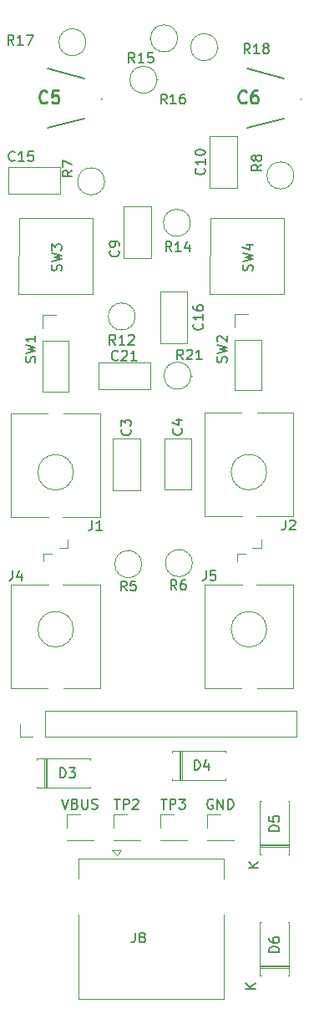
<source format=gbr>
%TF.GenerationSoftware,KiCad,Pcbnew,(6.0.7)*%
%TF.CreationDate,2023-02-07T22:19:33+09:00*%
%TF.ProjectId,scoppy_control,73636f70-7079-45f6-936f-6e74726f6c2e,rev?*%
%TF.SameCoordinates,Original*%
%TF.FileFunction,Legend,Top*%
%TF.FilePolarity,Positive*%
%FSLAX46Y46*%
G04 Gerber Fmt 4.6, Leading zero omitted, Abs format (unit mm)*
G04 Created by KiCad (PCBNEW (6.0.7)) date 2023-02-07 22:19:33*
%MOMM*%
%LPD*%
G01*
G04 APERTURE LIST*
%ADD10C,0.150000*%
%ADD11C,0.254000*%
%ADD12C,0.120000*%
%ADD13C,0.200000*%
G04 APERTURE END LIST*
D10*
%TO.C,R18*%
X129712142Y-63452380D02*
X129378809Y-62976190D01*
X129140714Y-63452380D02*
X129140714Y-62452380D01*
X129521666Y-62452380D01*
X129616904Y-62500000D01*
X129664523Y-62547619D01*
X129712142Y-62642857D01*
X129712142Y-62785714D01*
X129664523Y-62880952D01*
X129616904Y-62928571D01*
X129521666Y-62976190D01*
X129140714Y-62976190D01*
X130664523Y-63452380D02*
X130093095Y-63452380D01*
X130378809Y-63452380D02*
X130378809Y-62452380D01*
X130283571Y-62595238D01*
X130188333Y-62690476D01*
X130093095Y-62738095D01*
X131235952Y-62880952D02*
X131140714Y-62833333D01*
X131093095Y-62785714D01*
X131045476Y-62690476D01*
X131045476Y-62642857D01*
X131093095Y-62547619D01*
X131140714Y-62500000D01*
X131235952Y-62452380D01*
X131426428Y-62452380D01*
X131521666Y-62500000D01*
X131569285Y-62547619D01*
X131616904Y-62642857D01*
X131616904Y-62690476D01*
X131569285Y-62785714D01*
X131521666Y-62833333D01*
X131426428Y-62880952D01*
X131235952Y-62880952D01*
X131140714Y-62928571D01*
X131093095Y-62976190D01*
X131045476Y-63071428D01*
X131045476Y-63261904D01*
X131093095Y-63357142D01*
X131140714Y-63404761D01*
X131235952Y-63452380D01*
X131426428Y-63452380D01*
X131521666Y-63404761D01*
X131569285Y-63357142D01*
X131616904Y-63261904D01*
X131616904Y-63071428D01*
X131569285Y-62976190D01*
X131521666Y-62928571D01*
X131426428Y-62880952D01*
%TO.C,SW2*%
X127304761Y-94733333D02*
X127352380Y-94590476D01*
X127352380Y-94352380D01*
X127304761Y-94257142D01*
X127257142Y-94209523D01*
X127161904Y-94161904D01*
X127066666Y-94161904D01*
X126971428Y-94209523D01*
X126923809Y-94257142D01*
X126876190Y-94352380D01*
X126828571Y-94542857D01*
X126780952Y-94638095D01*
X126733333Y-94685714D01*
X126638095Y-94733333D01*
X126542857Y-94733333D01*
X126447619Y-94685714D01*
X126400000Y-94638095D01*
X126352380Y-94542857D01*
X126352380Y-94304761D01*
X126400000Y-94161904D01*
X126352380Y-93828571D02*
X127352380Y-93590476D01*
X126638095Y-93400000D01*
X127352380Y-93209523D01*
X126352380Y-92971428D01*
X126447619Y-92638095D02*
X126400000Y-92590476D01*
X126352380Y-92495238D01*
X126352380Y-92257142D01*
X126400000Y-92161904D01*
X126447619Y-92114285D01*
X126542857Y-92066666D01*
X126638095Y-92066666D01*
X126780952Y-92114285D01*
X127352380Y-92685714D01*
X127352380Y-92066666D01*
%TO.C,SW4*%
X129929761Y-85433333D02*
X129977380Y-85290476D01*
X129977380Y-85052380D01*
X129929761Y-84957142D01*
X129882142Y-84909523D01*
X129786904Y-84861904D01*
X129691666Y-84861904D01*
X129596428Y-84909523D01*
X129548809Y-84957142D01*
X129501190Y-85052380D01*
X129453571Y-85242857D01*
X129405952Y-85338095D01*
X129358333Y-85385714D01*
X129263095Y-85433333D01*
X129167857Y-85433333D01*
X129072619Y-85385714D01*
X129025000Y-85338095D01*
X128977380Y-85242857D01*
X128977380Y-85004761D01*
X129025000Y-84861904D01*
X128977380Y-84528571D02*
X129977380Y-84290476D01*
X129263095Y-84100000D01*
X129977380Y-83909523D01*
X128977380Y-83671428D01*
X129310714Y-82861904D02*
X129977380Y-82861904D01*
X128929761Y-83100000D02*
X129644047Y-83338095D01*
X129644047Y-82719047D01*
%TO.C,D4*%
X124071904Y-136052380D02*
X124071904Y-135052380D01*
X124310000Y-135052380D01*
X124452857Y-135100000D01*
X124548095Y-135195238D01*
X124595714Y-135290476D01*
X124643333Y-135480952D01*
X124643333Y-135623809D01*
X124595714Y-135814285D01*
X124548095Y-135909523D01*
X124452857Y-136004761D01*
X124310000Y-136052380D01*
X124071904Y-136052380D01*
X125500476Y-135385714D02*
X125500476Y-136052380D01*
X125262380Y-135004761D02*
X125024285Y-135719047D01*
X125643333Y-135719047D01*
%TO.C,C9*%
X116357142Y-83416666D02*
X116404761Y-83464285D01*
X116452380Y-83607142D01*
X116452380Y-83702380D01*
X116404761Y-83845238D01*
X116309523Y-83940476D01*
X116214285Y-83988095D01*
X116023809Y-84035714D01*
X115880952Y-84035714D01*
X115690476Y-83988095D01*
X115595238Y-83940476D01*
X115500000Y-83845238D01*
X115452380Y-83702380D01*
X115452380Y-83607142D01*
X115500000Y-83464285D01*
X115547619Y-83416666D01*
X116452380Y-82940476D02*
X116452380Y-82750000D01*
X116404761Y-82654761D01*
X116357142Y-82607142D01*
X116214285Y-82511904D01*
X116023809Y-82464285D01*
X115642857Y-82464285D01*
X115547619Y-82511904D01*
X115500000Y-82559523D01*
X115452380Y-82654761D01*
X115452380Y-82845238D01*
X115500000Y-82940476D01*
X115547619Y-82988095D01*
X115642857Y-83035714D01*
X115880952Y-83035714D01*
X115976190Y-82988095D01*
X116023809Y-82940476D01*
X116071428Y-82845238D01*
X116071428Y-82654761D01*
X116023809Y-82559523D01*
X115976190Y-82511904D01*
X115880952Y-82464285D01*
%TO.C,R17*%
X105757142Y-62552380D02*
X105423809Y-62076190D01*
X105185714Y-62552380D02*
X105185714Y-61552380D01*
X105566666Y-61552380D01*
X105661904Y-61600000D01*
X105709523Y-61647619D01*
X105757142Y-61742857D01*
X105757142Y-61885714D01*
X105709523Y-61980952D01*
X105661904Y-62028571D01*
X105566666Y-62076190D01*
X105185714Y-62076190D01*
X106709523Y-62552380D02*
X106138095Y-62552380D01*
X106423809Y-62552380D02*
X106423809Y-61552380D01*
X106328571Y-61695238D01*
X106233333Y-61790476D01*
X106138095Y-61838095D01*
X107042857Y-61552380D02*
X107709523Y-61552380D01*
X107280952Y-62552380D01*
%TO.C,R15*%
X118007142Y-64352380D02*
X117673809Y-63876190D01*
X117435714Y-64352380D02*
X117435714Y-63352380D01*
X117816666Y-63352380D01*
X117911904Y-63400000D01*
X117959523Y-63447619D01*
X118007142Y-63542857D01*
X118007142Y-63685714D01*
X117959523Y-63780952D01*
X117911904Y-63828571D01*
X117816666Y-63876190D01*
X117435714Y-63876190D01*
X118959523Y-64352380D02*
X118388095Y-64352380D01*
X118673809Y-64352380D02*
X118673809Y-63352380D01*
X118578571Y-63495238D01*
X118483333Y-63590476D01*
X118388095Y-63638095D01*
X119864285Y-63352380D02*
X119388095Y-63352380D01*
X119340476Y-63828571D01*
X119388095Y-63780952D01*
X119483333Y-63733333D01*
X119721428Y-63733333D01*
X119816666Y-63780952D01*
X119864285Y-63828571D01*
X119911904Y-63923809D01*
X119911904Y-64161904D01*
X119864285Y-64257142D01*
X119816666Y-64304761D01*
X119721428Y-64352380D01*
X119483333Y-64352380D01*
X119388095Y-64304761D01*
X119340476Y-64257142D01*
%TO.C,SW3*%
X110554761Y-85433333D02*
X110602380Y-85290476D01*
X110602380Y-85052380D01*
X110554761Y-84957142D01*
X110507142Y-84909523D01*
X110411904Y-84861904D01*
X110316666Y-84861904D01*
X110221428Y-84909523D01*
X110173809Y-84957142D01*
X110126190Y-85052380D01*
X110078571Y-85242857D01*
X110030952Y-85338095D01*
X109983333Y-85385714D01*
X109888095Y-85433333D01*
X109792857Y-85433333D01*
X109697619Y-85385714D01*
X109650000Y-85338095D01*
X109602380Y-85242857D01*
X109602380Y-85004761D01*
X109650000Y-84861904D01*
X109602380Y-84528571D02*
X110602380Y-84290476D01*
X109888095Y-84100000D01*
X110602380Y-83909523D01*
X109602380Y-83671428D01*
X109602380Y-83385714D02*
X109602380Y-82766666D01*
X109983333Y-83100000D01*
X109983333Y-82957142D01*
X110030952Y-82861904D01*
X110078571Y-82814285D01*
X110173809Y-82766666D01*
X110411904Y-82766666D01*
X110507142Y-82814285D01*
X110554761Y-82861904D01*
X110602380Y-82957142D01*
X110602380Y-83242857D01*
X110554761Y-83338095D01*
X110507142Y-83385714D01*
%TO.C,R16*%
X121257142Y-68552380D02*
X120923809Y-68076190D01*
X120685714Y-68552380D02*
X120685714Y-67552380D01*
X121066666Y-67552380D01*
X121161904Y-67600000D01*
X121209523Y-67647619D01*
X121257142Y-67742857D01*
X121257142Y-67885714D01*
X121209523Y-67980952D01*
X121161904Y-68028571D01*
X121066666Y-68076190D01*
X120685714Y-68076190D01*
X122209523Y-68552380D02*
X121638095Y-68552380D01*
X121923809Y-68552380D02*
X121923809Y-67552380D01*
X121828571Y-67695238D01*
X121733333Y-67790476D01*
X121638095Y-67838095D01*
X123066666Y-67552380D02*
X122876190Y-67552380D01*
X122780952Y-67600000D01*
X122733333Y-67647619D01*
X122638095Y-67790476D01*
X122590476Y-67980952D01*
X122590476Y-68361904D01*
X122638095Y-68457142D01*
X122685714Y-68504761D01*
X122780952Y-68552380D01*
X122971428Y-68552380D01*
X123066666Y-68504761D01*
X123114285Y-68457142D01*
X123161904Y-68361904D01*
X123161904Y-68123809D01*
X123114285Y-68028571D01*
X123066666Y-67980952D01*
X122971428Y-67933333D01*
X122780952Y-67933333D01*
X122685714Y-67980952D01*
X122638095Y-68028571D01*
X122590476Y-68123809D01*
%TO.C,J1*%
X113696666Y-110752380D02*
X113696666Y-111466666D01*
X113649047Y-111609523D01*
X113553809Y-111704761D01*
X113410952Y-111752380D01*
X113315714Y-111752380D01*
X114696666Y-111752380D02*
X114125238Y-111752380D01*
X114410952Y-111752380D02*
X114410952Y-110752380D01*
X114315714Y-110895238D01*
X114220476Y-110990476D01*
X114125238Y-111038095D01*
%TO.C,VBUS*%
X110666666Y-139022380D02*
X111000000Y-140022380D01*
X111333333Y-139022380D01*
X112000000Y-139498571D02*
X112142857Y-139546190D01*
X112190476Y-139593809D01*
X112238095Y-139689047D01*
X112238095Y-139831904D01*
X112190476Y-139927142D01*
X112142857Y-139974761D01*
X112047619Y-140022380D01*
X111666666Y-140022380D01*
X111666666Y-139022380D01*
X112000000Y-139022380D01*
X112095238Y-139070000D01*
X112142857Y-139117619D01*
X112190476Y-139212857D01*
X112190476Y-139308095D01*
X112142857Y-139403333D01*
X112095238Y-139450952D01*
X112000000Y-139498571D01*
X111666666Y-139498571D01*
X112666666Y-139022380D02*
X112666666Y-139831904D01*
X112714285Y-139927142D01*
X112761904Y-139974761D01*
X112857142Y-140022380D01*
X113047619Y-140022380D01*
X113142857Y-139974761D01*
X113190476Y-139927142D01*
X113238095Y-139831904D01*
X113238095Y-139022380D01*
X113666666Y-139974761D02*
X113809523Y-140022380D01*
X114047619Y-140022380D01*
X114142857Y-139974761D01*
X114190476Y-139927142D01*
X114238095Y-139831904D01*
X114238095Y-139736666D01*
X114190476Y-139641428D01*
X114142857Y-139593809D01*
X114047619Y-139546190D01*
X113857142Y-139498571D01*
X113761904Y-139450952D01*
X113714285Y-139403333D01*
X113666666Y-139308095D01*
X113666666Y-139212857D01*
X113714285Y-139117619D01*
X113761904Y-139070000D01*
X113857142Y-139022380D01*
X114095238Y-139022380D01*
X114238095Y-139070000D01*
%TO.C,R5*%
X117200033Y-117912380D02*
X116866700Y-117436190D01*
X116628604Y-117912380D02*
X116628604Y-116912380D01*
X117009557Y-116912380D01*
X117104795Y-116960000D01*
X117152414Y-117007619D01*
X117200033Y-117102857D01*
X117200033Y-117245714D01*
X117152414Y-117340952D01*
X117104795Y-117388571D01*
X117009557Y-117436190D01*
X116628604Y-117436190D01*
X118104795Y-116912380D02*
X117628604Y-116912380D01*
X117580985Y-117388571D01*
X117628604Y-117340952D01*
X117723842Y-117293333D01*
X117961938Y-117293333D01*
X118057176Y-117340952D01*
X118104795Y-117388571D01*
X118152414Y-117483809D01*
X118152414Y-117721904D01*
X118104795Y-117817142D01*
X118057176Y-117864761D01*
X117961938Y-117912380D01*
X117723842Y-117912380D01*
X117628604Y-117864761D01*
X117580985Y-117817142D01*
%TO.C,C21*%
X116312142Y-94457142D02*
X116264523Y-94504761D01*
X116121666Y-94552380D01*
X116026428Y-94552380D01*
X115883571Y-94504761D01*
X115788333Y-94409523D01*
X115740714Y-94314285D01*
X115693095Y-94123809D01*
X115693095Y-93980952D01*
X115740714Y-93790476D01*
X115788333Y-93695238D01*
X115883571Y-93600000D01*
X116026428Y-93552380D01*
X116121666Y-93552380D01*
X116264523Y-93600000D01*
X116312142Y-93647619D01*
X116693095Y-93647619D02*
X116740714Y-93600000D01*
X116835952Y-93552380D01*
X117074047Y-93552380D01*
X117169285Y-93600000D01*
X117216904Y-93647619D01*
X117264523Y-93742857D01*
X117264523Y-93838095D01*
X117216904Y-93980952D01*
X116645476Y-94552380D01*
X117264523Y-94552380D01*
X118216904Y-94552380D02*
X117645476Y-94552380D01*
X117931190Y-94552380D02*
X117931190Y-93552380D01*
X117835952Y-93695238D01*
X117740714Y-93790476D01*
X117645476Y-93838095D01*
%TO.C,C3*%
X117557142Y-101516666D02*
X117604761Y-101564285D01*
X117652380Y-101707142D01*
X117652380Y-101802380D01*
X117604761Y-101945238D01*
X117509523Y-102040476D01*
X117414285Y-102088095D01*
X117223809Y-102135714D01*
X117080952Y-102135714D01*
X116890476Y-102088095D01*
X116795238Y-102040476D01*
X116700000Y-101945238D01*
X116652380Y-101802380D01*
X116652380Y-101707142D01*
X116700000Y-101564285D01*
X116747619Y-101516666D01*
X116652380Y-101183333D02*
X116652380Y-100564285D01*
X117033333Y-100897619D01*
X117033333Y-100754761D01*
X117080952Y-100659523D01*
X117128571Y-100611904D01*
X117223809Y-100564285D01*
X117461904Y-100564285D01*
X117557142Y-100611904D01*
X117604761Y-100659523D01*
X117652380Y-100754761D01*
X117652380Y-101040476D01*
X117604761Y-101135714D01*
X117557142Y-101183333D01*
%TO.C,R12*%
X116057142Y-92952380D02*
X115723809Y-92476190D01*
X115485714Y-92952380D02*
X115485714Y-91952380D01*
X115866666Y-91952380D01*
X115961904Y-92000000D01*
X116009523Y-92047619D01*
X116057142Y-92142857D01*
X116057142Y-92285714D01*
X116009523Y-92380952D01*
X115961904Y-92428571D01*
X115866666Y-92476190D01*
X115485714Y-92476190D01*
X117009523Y-92952380D02*
X116438095Y-92952380D01*
X116723809Y-92952380D02*
X116723809Y-91952380D01*
X116628571Y-92095238D01*
X116533333Y-92190476D01*
X116438095Y-92238095D01*
X117390476Y-92047619D02*
X117438095Y-92000000D01*
X117533333Y-91952380D01*
X117771428Y-91952380D01*
X117866666Y-92000000D01*
X117914285Y-92047619D01*
X117961904Y-92142857D01*
X117961904Y-92238095D01*
X117914285Y-92380952D01*
X117342857Y-92952380D01*
X117961904Y-92952380D01*
%TO.C,TP2*%
X115971395Y-139022380D02*
X116542823Y-139022380D01*
X116257109Y-140022380D02*
X116257109Y-139022380D01*
X116876157Y-140022380D02*
X116876157Y-139022380D01*
X117257109Y-139022380D01*
X117352347Y-139070000D01*
X117399966Y-139117619D01*
X117447585Y-139212857D01*
X117447585Y-139355714D01*
X117399966Y-139450952D01*
X117352347Y-139498571D01*
X117257109Y-139546190D01*
X116876157Y-139546190D01*
X117828538Y-139117619D02*
X117876157Y-139070000D01*
X117971395Y-139022380D01*
X118209490Y-139022380D01*
X118304728Y-139070000D01*
X118352347Y-139117619D01*
X118399966Y-139212857D01*
X118399966Y-139308095D01*
X118352347Y-139450952D01*
X117780919Y-140022380D01*
X118399966Y-140022380D01*
%TO.C,C16*%
X124857142Y-90842857D02*
X124904761Y-90890476D01*
X124952380Y-91033333D01*
X124952380Y-91128571D01*
X124904761Y-91271428D01*
X124809523Y-91366666D01*
X124714285Y-91414285D01*
X124523809Y-91461904D01*
X124380952Y-91461904D01*
X124190476Y-91414285D01*
X124095238Y-91366666D01*
X124000000Y-91271428D01*
X123952380Y-91128571D01*
X123952380Y-91033333D01*
X124000000Y-90890476D01*
X124047619Y-90842857D01*
X124952380Y-89890476D02*
X124952380Y-90461904D01*
X124952380Y-90176190D02*
X123952380Y-90176190D01*
X124095238Y-90271428D01*
X124190476Y-90366666D01*
X124238095Y-90461904D01*
X123952380Y-89033333D02*
X123952380Y-89223809D01*
X124000000Y-89319047D01*
X124047619Y-89366666D01*
X124190476Y-89461904D01*
X124380952Y-89509523D01*
X124761904Y-89509523D01*
X124857142Y-89461904D01*
X124904761Y-89414285D01*
X124952380Y-89319047D01*
X124952380Y-89128571D01*
X124904761Y-89033333D01*
X124857142Y-88985714D01*
X124761904Y-88938095D01*
X124523809Y-88938095D01*
X124428571Y-88985714D01*
X124380952Y-89033333D01*
X124333333Y-89128571D01*
X124333333Y-89319047D01*
X124380952Y-89414285D01*
X124428571Y-89461904D01*
X124523809Y-89509523D01*
%TO.C,R6*%
X122266667Y-117812380D02*
X121933334Y-117336190D01*
X121695238Y-117812380D02*
X121695238Y-116812380D01*
X122076191Y-116812380D01*
X122171429Y-116860000D01*
X122219048Y-116907619D01*
X122266667Y-117002857D01*
X122266667Y-117145714D01*
X122219048Y-117240952D01*
X122171429Y-117288571D01*
X122076191Y-117336190D01*
X121695238Y-117336190D01*
X123123810Y-116812380D02*
X122933334Y-116812380D01*
X122838095Y-116860000D01*
X122790476Y-116907619D01*
X122695238Y-117050476D01*
X122647619Y-117240952D01*
X122647619Y-117621904D01*
X122695238Y-117717142D01*
X122742857Y-117764761D01*
X122838095Y-117812380D01*
X123028572Y-117812380D01*
X123123810Y-117764761D01*
X123171429Y-117717142D01*
X123219048Y-117621904D01*
X123219048Y-117383809D01*
X123171429Y-117288571D01*
X123123810Y-117240952D01*
X123028572Y-117193333D01*
X122838095Y-117193333D01*
X122742857Y-117240952D01*
X122695238Y-117288571D01*
X122647619Y-117383809D01*
%TO.C,J8*%
X118066666Y-152552380D02*
X118066666Y-153266666D01*
X118019047Y-153409523D01*
X117923809Y-153504761D01*
X117780952Y-153552380D01*
X117685714Y-153552380D01*
X118685714Y-152980952D02*
X118590476Y-152933333D01*
X118542857Y-152885714D01*
X118495238Y-152790476D01*
X118495238Y-152742857D01*
X118542857Y-152647619D01*
X118590476Y-152600000D01*
X118685714Y-152552380D01*
X118876190Y-152552380D01*
X118971428Y-152600000D01*
X119019047Y-152647619D01*
X119066666Y-152742857D01*
X119066666Y-152790476D01*
X119019047Y-152885714D01*
X118971428Y-152933333D01*
X118876190Y-152980952D01*
X118685714Y-152980952D01*
X118590476Y-153028571D01*
X118542857Y-153076190D01*
X118495238Y-153171428D01*
X118495238Y-153361904D01*
X118542857Y-153457142D01*
X118590476Y-153504761D01*
X118685714Y-153552380D01*
X118876190Y-153552380D01*
X118971428Y-153504761D01*
X119019047Y-153457142D01*
X119066666Y-153361904D01*
X119066666Y-153171428D01*
X119019047Y-153076190D01*
X118971428Y-153028571D01*
X118876190Y-152980952D01*
%TO.C,GND*%
X125938095Y-139070000D02*
X125842857Y-139022380D01*
X125700000Y-139022380D01*
X125557142Y-139070000D01*
X125461904Y-139165238D01*
X125414285Y-139260476D01*
X125366666Y-139450952D01*
X125366666Y-139593809D01*
X125414285Y-139784285D01*
X125461904Y-139879523D01*
X125557142Y-139974761D01*
X125700000Y-140022380D01*
X125795238Y-140022380D01*
X125938095Y-139974761D01*
X125985714Y-139927142D01*
X125985714Y-139593809D01*
X125795238Y-139593809D01*
X126414285Y-140022380D02*
X126414285Y-139022380D01*
X126985714Y-140022380D01*
X126985714Y-139022380D01*
X127461904Y-140022380D02*
X127461904Y-139022380D01*
X127700000Y-139022380D01*
X127842857Y-139070000D01*
X127938095Y-139165238D01*
X127985714Y-139260476D01*
X128033333Y-139450952D01*
X128033333Y-139593809D01*
X127985714Y-139784285D01*
X127938095Y-139879523D01*
X127842857Y-139974761D01*
X127700000Y-140022380D01*
X127461904Y-140022380D01*
%TO.C,J4*%
X105636666Y-115852380D02*
X105636666Y-116566666D01*
X105589047Y-116709523D01*
X105493809Y-116804761D01*
X105350952Y-116852380D01*
X105255714Y-116852380D01*
X106541428Y-116185714D02*
X106541428Y-116852380D01*
X106303333Y-115804761D02*
X106065238Y-116519047D01*
X106684285Y-116519047D01*
%TO.C,D3*%
X110451904Y-136852380D02*
X110451904Y-135852380D01*
X110690000Y-135852380D01*
X110832857Y-135900000D01*
X110928095Y-135995238D01*
X110975714Y-136090476D01*
X111023333Y-136280952D01*
X111023333Y-136423809D01*
X110975714Y-136614285D01*
X110928095Y-136709523D01*
X110832857Y-136804761D01*
X110690000Y-136852380D01*
X110451904Y-136852380D01*
X111356666Y-135852380D02*
X111975714Y-135852380D01*
X111642380Y-136233333D01*
X111785238Y-136233333D01*
X111880476Y-136280952D01*
X111928095Y-136328571D01*
X111975714Y-136423809D01*
X111975714Y-136661904D01*
X111928095Y-136757142D01*
X111880476Y-136804761D01*
X111785238Y-136852380D01*
X111499523Y-136852380D01*
X111404285Y-136804761D01*
X111356666Y-136757142D01*
%TO.C,D6*%
X132652380Y-154528095D02*
X131652380Y-154528095D01*
X131652380Y-154290000D01*
X131700000Y-154147142D01*
X131795238Y-154051904D01*
X131890476Y-154004285D01*
X132080952Y-153956666D01*
X132223809Y-153956666D01*
X132414285Y-154004285D01*
X132509523Y-154051904D01*
X132604761Y-154147142D01*
X132652380Y-154290000D01*
X132652380Y-154528095D01*
X131652380Y-153099523D02*
X131652380Y-153290000D01*
X131700000Y-153385238D01*
X131747619Y-153432857D01*
X131890476Y-153528095D01*
X132080952Y-153575714D01*
X132461904Y-153575714D01*
X132557142Y-153528095D01*
X132604761Y-153480476D01*
X132652380Y-153385238D01*
X132652380Y-153194761D01*
X132604761Y-153099523D01*
X132557142Y-153051904D01*
X132461904Y-153004285D01*
X132223809Y-153004285D01*
X132128571Y-153051904D01*
X132080952Y-153099523D01*
X132033333Y-153194761D01*
X132033333Y-153385238D01*
X132080952Y-153480476D01*
X132128571Y-153528095D01*
X132223809Y-153575714D01*
X130252380Y-158251904D02*
X129252380Y-158251904D01*
X130252380Y-157680476D02*
X129680952Y-158109047D01*
X129252380Y-157680476D02*
X129823809Y-158251904D01*
%TO.C,C10*%
X125057142Y-75092857D02*
X125104761Y-75140476D01*
X125152380Y-75283333D01*
X125152380Y-75378571D01*
X125104761Y-75521428D01*
X125009523Y-75616666D01*
X124914285Y-75664285D01*
X124723809Y-75711904D01*
X124580952Y-75711904D01*
X124390476Y-75664285D01*
X124295238Y-75616666D01*
X124200000Y-75521428D01*
X124152380Y-75378571D01*
X124152380Y-75283333D01*
X124200000Y-75140476D01*
X124247619Y-75092857D01*
X125152380Y-74140476D02*
X125152380Y-74711904D01*
X125152380Y-74426190D02*
X124152380Y-74426190D01*
X124295238Y-74521428D01*
X124390476Y-74616666D01*
X124438095Y-74711904D01*
X124152380Y-73521428D02*
X124152380Y-73426190D01*
X124200000Y-73330952D01*
X124247619Y-73283333D01*
X124342857Y-73235714D01*
X124533333Y-73188095D01*
X124771428Y-73188095D01*
X124961904Y-73235714D01*
X125057142Y-73283333D01*
X125104761Y-73330952D01*
X125152380Y-73426190D01*
X125152380Y-73521428D01*
X125104761Y-73616666D01*
X125057142Y-73664285D01*
X124961904Y-73711904D01*
X124771428Y-73759523D01*
X124533333Y-73759523D01*
X124342857Y-73711904D01*
X124247619Y-73664285D01*
X124200000Y-73616666D01*
X124152380Y-73521428D01*
%TO.C,C15*%
X105857142Y-74257142D02*
X105809523Y-74304761D01*
X105666666Y-74352380D01*
X105571428Y-74352380D01*
X105428571Y-74304761D01*
X105333333Y-74209523D01*
X105285714Y-74114285D01*
X105238095Y-73923809D01*
X105238095Y-73780952D01*
X105285714Y-73590476D01*
X105333333Y-73495238D01*
X105428571Y-73400000D01*
X105571428Y-73352380D01*
X105666666Y-73352380D01*
X105809523Y-73400000D01*
X105857142Y-73447619D01*
X106809523Y-74352380D02*
X106238095Y-74352380D01*
X106523809Y-74352380D02*
X106523809Y-73352380D01*
X106428571Y-73495238D01*
X106333333Y-73590476D01*
X106238095Y-73638095D01*
X107714285Y-73352380D02*
X107238095Y-73352380D01*
X107190476Y-73828571D01*
X107238095Y-73780952D01*
X107333333Y-73733333D01*
X107571428Y-73733333D01*
X107666666Y-73780952D01*
X107714285Y-73828571D01*
X107761904Y-73923809D01*
X107761904Y-74161904D01*
X107714285Y-74257142D01*
X107666666Y-74304761D01*
X107571428Y-74352380D01*
X107333333Y-74352380D01*
X107238095Y-74304761D01*
X107190476Y-74257142D01*
%TO.C,SW1*%
X107904761Y-94733333D02*
X107952380Y-94590476D01*
X107952380Y-94352380D01*
X107904761Y-94257142D01*
X107857142Y-94209523D01*
X107761904Y-94161904D01*
X107666666Y-94161904D01*
X107571428Y-94209523D01*
X107523809Y-94257142D01*
X107476190Y-94352380D01*
X107428571Y-94542857D01*
X107380952Y-94638095D01*
X107333333Y-94685714D01*
X107238095Y-94733333D01*
X107142857Y-94733333D01*
X107047619Y-94685714D01*
X107000000Y-94638095D01*
X106952380Y-94542857D01*
X106952380Y-94304761D01*
X107000000Y-94161904D01*
X106952380Y-93828571D02*
X107952380Y-93590476D01*
X107238095Y-93400000D01*
X107952380Y-93209523D01*
X106952380Y-92971428D01*
X107952380Y-92066666D02*
X107952380Y-92638095D01*
X107952380Y-92352380D02*
X106952380Y-92352380D01*
X107095238Y-92447619D01*
X107190476Y-92542857D01*
X107238095Y-92638095D01*
%TO.C,R8*%
X130882380Y-74696666D02*
X130406190Y-75030000D01*
X130882380Y-75268095D02*
X129882380Y-75268095D01*
X129882380Y-74887142D01*
X129930000Y-74791904D01*
X129977619Y-74744285D01*
X130072857Y-74696666D01*
X130215714Y-74696666D01*
X130310952Y-74744285D01*
X130358571Y-74791904D01*
X130406190Y-74887142D01*
X130406190Y-75268095D01*
X130310952Y-74125238D02*
X130263333Y-74220476D01*
X130215714Y-74268095D01*
X130120476Y-74315714D01*
X130072857Y-74315714D01*
X129977619Y-74268095D01*
X129930000Y-74220476D01*
X129882380Y-74125238D01*
X129882380Y-73934761D01*
X129930000Y-73839523D01*
X129977619Y-73791904D01*
X130072857Y-73744285D01*
X130120476Y-73744285D01*
X130215714Y-73791904D01*
X130263333Y-73839523D01*
X130310952Y-73934761D01*
X130310952Y-74125238D01*
X130358571Y-74220476D01*
X130406190Y-74268095D01*
X130501428Y-74315714D01*
X130691904Y-74315714D01*
X130787142Y-74268095D01*
X130834761Y-74220476D01*
X130882380Y-74125238D01*
X130882380Y-73934761D01*
X130834761Y-73839523D01*
X130787142Y-73791904D01*
X130691904Y-73744285D01*
X130501428Y-73744285D01*
X130406190Y-73791904D01*
X130358571Y-73839523D01*
X130310952Y-73934761D01*
%TO.C,J2*%
X133296666Y-110722380D02*
X133296666Y-111436666D01*
X133249047Y-111579523D01*
X133153809Y-111674761D01*
X133010952Y-111722380D01*
X132915714Y-111722380D01*
X133725238Y-110817619D02*
X133772857Y-110770000D01*
X133868095Y-110722380D01*
X134106190Y-110722380D01*
X134201428Y-110770000D01*
X134249047Y-110817619D01*
X134296666Y-110912857D01*
X134296666Y-111008095D01*
X134249047Y-111150952D01*
X133677619Y-111722380D01*
X134296666Y-111722380D01*
%TO.C,R7*%
X111682380Y-75296666D02*
X111206190Y-75630000D01*
X111682380Y-75868095D02*
X110682380Y-75868095D01*
X110682380Y-75487142D01*
X110730000Y-75391904D01*
X110777619Y-75344285D01*
X110872857Y-75296666D01*
X111015714Y-75296666D01*
X111110952Y-75344285D01*
X111158571Y-75391904D01*
X111206190Y-75487142D01*
X111206190Y-75868095D01*
X110682380Y-74963333D02*
X110682380Y-74296666D01*
X111682380Y-74725238D01*
%TO.C,J5*%
X125236666Y-115852380D02*
X125236666Y-116566666D01*
X125189047Y-116709523D01*
X125093809Y-116804761D01*
X124950952Y-116852380D01*
X124855714Y-116852380D01*
X126189047Y-115852380D02*
X125712857Y-115852380D01*
X125665238Y-116328571D01*
X125712857Y-116280952D01*
X125808095Y-116233333D01*
X126046190Y-116233333D01*
X126141428Y-116280952D01*
X126189047Y-116328571D01*
X126236666Y-116423809D01*
X126236666Y-116661904D01*
X126189047Y-116757142D01*
X126141428Y-116804761D01*
X126046190Y-116852380D01*
X125808095Y-116852380D01*
X125712857Y-116804761D01*
X125665238Y-116757142D01*
%TO.C,TP3*%
X120704795Y-139022380D02*
X121276223Y-139022380D01*
X120990509Y-140022380D02*
X120990509Y-139022380D01*
X121609557Y-140022380D02*
X121609557Y-139022380D01*
X121990509Y-139022380D01*
X122085747Y-139070000D01*
X122133366Y-139117619D01*
X122180985Y-139212857D01*
X122180985Y-139355714D01*
X122133366Y-139450952D01*
X122085747Y-139498571D01*
X121990509Y-139546190D01*
X121609557Y-139546190D01*
X122514319Y-139022380D02*
X123133366Y-139022380D01*
X122800033Y-139403333D01*
X122942890Y-139403333D01*
X123038128Y-139450952D01*
X123085747Y-139498571D01*
X123133366Y-139593809D01*
X123133366Y-139831904D01*
X123085747Y-139927142D01*
X123038128Y-139974761D01*
X122942890Y-140022380D01*
X122657176Y-140022380D01*
X122561938Y-139974761D01*
X122514319Y-139927142D01*
D11*
%TO.C,C6*%
X129320833Y-68349571D02*
X129260357Y-68410047D01*
X129078928Y-68470523D01*
X128957976Y-68470523D01*
X128776547Y-68410047D01*
X128655595Y-68289095D01*
X128595119Y-68168142D01*
X128534642Y-67926238D01*
X128534642Y-67744809D01*
X128595119Y-67502904D01*
X128655595Y-67381952D01*
X128776547Y-67261000D01*
X128957976Y-67200523D01*
X129078928Y-67200523D01*
X129260357Y-67261000D01*
X129320833Y-67321476D01*
X130409404Y-67200523D02*
X130167500Y-67200523D01*
X130046547Y-67261000D01*
X129986071Y-67321476D01*
X129865119Y-67502904D01*
X129804642Y-67744809D01*
X129804642Y-68228619D01*
X129865119Y-68349571D01*
X129925595Y-68410047D01*
X130046547Y-68470523D01*
X130288452Y-68470523D01*
X130409404Y-68410047D01*
X130469880Y-68349571D01*
X130530357Y-68228619D01*
X130530357Y-67926238D01*
X130469880Y-67805285D01*
X130409404Y-67744809D01*
X130288452Y-67684333D01*
X130046547Y-67684333D01*
X129925595Y-67744809D01*
X129865119Y-67805285D01*
X129804642Y-67926238D01*
D10*
%TO.C,C4*%
X122757142Y-101466666D02*
X122804761Y-101514285D01*
X122852380Y-101657142D01*
X122852380Y-101752380D01*
X122804761Y-101895238D01*
X122709523Y-101990476D01*
X122614285Y-102038095D01*
X122423809Y-102085714D01*
X122280952Y-102085714D01*
X122090476Y-102038095D01*
X121995238Y-101990476D01*
X121900000Y-101895238D01*
X121852380Y-101752380D01*
X121852380Y-101657142D01*
X121900000Y-101514285D01*
X121947619Y-101466666D01*
X122185714Y-100609523D02*
X122852380Y-100609523D01*
X121804761Y-100847619D02*
X122519047Y-101085714D01*
X122519047Y-100466666D01*
D11*
%TO.C,C5*%
X109120833Y-68349571D02*
X109060357Y-68410047D01*
X108878928Y-68470523D01*
X108757976Y-68470523D01*
X108576547Y-68410047D01*
X108455595Y-68289095D01*
X108395119Y-68168142D01*
X108334642Y-67926238D01*
X108334642Y-67744809D01*
X108395119Y-67502904D01*
X108455595Y-67381952D01*
X108576547Y-67261000D01*
X108757976Y-67200523D01*
X108878928Y-67200523D01*
X109060357Y-67261000D01*
X109120833Y-67321476D01*
X110269880Y-67200523D02*
X109665119Y-67200523D01*
X109604642Y-67805285D01*
X109665119Y-67744809D01*
X109786071Y-67684333D01*
X110088452Y-67684333D01*
X110209404Y-67744809D01*
X110269880Y-67805285D01*
X110330357Y-67926238D01*
X110330357Y-68228619D01*
X110269880Y-68349571D01*
X110209404Y-68410047D01*
X110088452Y-68470523D01*
X109786071Y-68470523D01*
X109665119Y-68410047D01*
X109604642Y-68349571D01*
D10*
%TO.C,R14*%
X121757142Y-83507380D02*
X121423809Y-83031190D01*
X121185714Y-83507380D02*
X121185714Y-82507380D01*
X121566666Y-82507380D01*
X121661904Y-82555000D01*
X121709523Y-82602619D01*
X121757142Y-82697857D01*
X121757142Y-82840714D01*
X121709523Y-82935952D01*
X121661904Y-82983571D01*
X121566666Y-83031190D01*
X121185714Y-83031190D01*
X122709523Y-83507380D02*
X122138095Y-83507380D01*
X122423809Y-83507380D02*
X122423809Y-82507380D01*
X122328571Y-82650238D01*
X122233333Y-82745476D01*
X122138095Y-82793095D01*
X123566666Y-82840714D02*
X123566666Y-83507380D01*
X123328571Y-82459761D02*
X123090476Y-83174047D01*
X123709523Y-83174047D01*
%TO.C,D5*%
X132652380Y-142248095D02*
X131652380Y-142248095D01*
X131652380Y-142010000D01*
X131700000Y-141867142D01*
X131795238Y-141771904D01*
X131890476Y-141724285D01*
X132080952Y-141676666D01*
X132223809Y-141676666D01*
X132414285Y-141724285D01*
X132509523Y-141771904D01*
X132604761Y-141867142D01*
X132652380Y-142010000D01*
X132652380Y-142248095D01*
X131652380Y-140771904D02*
X131652380Y-141248095D01*
X132128571Y-141295714D01*
X132080952Y-141248095D01*
X132033333Y-141152857D01*
X132033333Y-140914761D01*
X132080952Y-140819523D01*
X132128571Y-140771904D01*
X132223809Y-140724285D01*
X132461904Y-140724285D01*
X132557142Y-140771904D01*
X132604761Y-140819523D01*
X132652380Y-140914761D01*
X132652380Y-141152857D01*
X132604761Y-141248095D01*
X132557142Y-141295714D01*
X130552380Y-145971904D02*
X129552380Y-145971904D01*
X130552380Y-145400476D02*
X129980952Y-145829047D01*
X129552380Y-145400476D02*
X130123809Y-145971904D01*
%TO.C,R21*%
X122912142Y-94452380D02*
X122578809Y-93976190D01*
X122340714Y-94452380D02*
X122340714Y-93452380D01*
X122721666Y-93452380D01*
X122816904Y-93500000D01*
X122864523Y-93547619D01*
X122912142Y-93642857D01*
X122912142Y-93785714D01*
X122864523Y-93880952D01*
X122816904Y-93928571D01*
X122721666Y-93976190D01*
X122340714Y-93976190D01*
X123293095Y-93547619D02*
X123340714Y-93500000D01*
X123435952Y-93452380D01*
X123674047Y-93452380D01*
X123769285Y-93500000D01*
X123816904Y-93547619D01*
X123864523Y-93642857D01*
X123864523Y-93738095D01*
X123816904Y-93880952D01*
X123245476Y-94452380D01*
X123864523Y-94452380D01*
X124816904Y-94452380D02*
X124245476Y-94452380D01*
X124531190Y-94452380D02*
X124531190Y-93452380D01*
X124435952Y-93595238D01*
X124340714Y-93690476D01*
X124245476Y-93738095D01*
D12*
%TO.C,R18*%
X126430000Y-62800000D02*
X126500000Y-62800000D01*
X126430000Y-62800000D02*
G75*
G03*
X126430000Y-62800000I-1370000J0D01*
G01*
%TO.C,SW2*%
X128170000Y-91175000D02*
X128170000Y-89845000D01*
X128170000Y-89845000D02*
X129500000Y-89845000D01*
X128170000Y-92445000D02*
X130830000Y-92445000D01*
X128170000Y-97585000D02*
X130830000Y-97585000D01*
X128170000Y-92445000D02*
X128170000Y-97585000D01*
X130830000Y-92445000D02*
X130830000Y-97585000D01*
%TO.C,SW4*%
X125675000Y-80125000D02*
X133175000Y-80125000D01*
X133175000Y-80125000D02*
X133175000Y-87785000D01*
X125595000Y-87785000D02*
X133175000Y-87785000D01*
X125675000Y-80125000D02*
X125595000Y-87785000D01*
%TO.C,D4*%
X122570000Y-134130000D02*
X122570000Y-137070000D01*
X127230000Y-137070000D02*
X127230000Y-136940000D01*
X121790000Y-136940000D02*
X121790000Y-137070000D01*
X121790000Y-134130000D02*
X127230000Y-134130000D01*
X122810000Y-134130000D02*
X122810000Y-137070000D01*
X121790000Y-134260000D02*
X121790000Y-134130000D01*
X122690000Y-134130000D02*
X122690000Y-137070000D01*
X127230000Y-134130000D02*
X127230000Y-134260000D01*
X121790000Y-137070000D02*
X127230000Y-137070000D01*
%TO.C,C9*%
X116930000Y-78930000D02*
X119670000Y-78930000D01*
X116930000Y-84170000D02*
X119670000Y-84170000D01*
X119670000Y-84170000D02*
X119670000Y-78930000D01*
X116930000Y-84170000D02*
X116930000Y-78930000D01*
%TO.C,R17*%
X110330000Y-62300000D02*
X110260000Y-62300000D01*
X113070000Y-62300000D02*
G75*
G03*
X113070000Y-62300000I-1370000J0D01*
G01*
%TO.C,R15*%
X119630000Y-61900000D02*
X119560000Y-61900000D01*
X122370000Y-61900000D02*
G75*
G03*
X122370000Y-61900000I-1370000J0D01*
G01*
%TO.C,SW3*%
X106275000Y-80125000D02*
X106195000Y-87785000D01*
X106275000Y-80125000D02*
X113775000Y-80125000D01*
X113775000Y-80125000D02*
X113775000Y-87785000D01*
X106195000Y-87785000D02*
X113775000Y-87785000D01*
%TO.C,R16*%
X120275000Y-66100000D02*
X120345000Y-66100000D01*
X120275000Y-66100000D02*
G75*
G03*
X120275000Y-66100000I-1370000J0D01*
G01*
%TO.C,J1*%
X110720000Y-110400000D02*
X114500000Y-110400000D01*
X105500000Y-99900000D02*
X109200000Y-99900000D01*
X111230000Y-113550000D02*
X110370000Y-113550000D01*
X105500000Y-110400000D02*
X105500000Y-99900000D01*
X114500000Y-110400000D02*
X114500000Y-99900000D01*
X105500000Y-110400000D02*
X109280000Y-110400000D01*
X111230000Y-113550000D02*
X111230000Y-112750000D01*
X110800000Y-99900000D02*
X114500000Y-99900000D01*
X111800000Y-105900000D02*
G75*
G03*
X111800000Y-105900000I-1800000J0D01*
G01*
%TO.C,VBUS*%
X111170000Y-141900000D02*
X111170000Y-140570000D01*
X111170000Y-140570000D02*
X112500000Y-140570000D01*
X111170000Y-143170000D02*
X111170000Y-143230000D01*
X113830000Y-143170000D02*
X113830000Y-143230000D01*
X111170000Y-143230000D02*
X113830000Y-143230000D01*
X111170000Y-143170000D02*
X113830000Y-143170000D01*
%TO.C,R5*%
X117366700Y-113830000D02*
X117366700Y-113760000D01*
X118736700Y-115200000D02*
G75*
G03*
X118736700Y-115200000I-1370000J0D01*
G01*
%TO.C,C21*%
X114330000Y-97470000D02*
X114330000Y-94730000D01*
X119570000Y-97470000D02*
X119570000Y-94730000D01*
X119570000Y-97470000D02*
X114330000Y-97470000D01*
X119570000Y-94730000D02*
X114330000Y-94730000D01*
%TO.C,REF5*%
X107700000Y-132730000D02*
X106370000Y-132730000D01*
X108970000Y-132730000D02*
X134430000Y-132730000D01*
X108970000Y-130070000D02*
X134430000Y-130070000D01*
X108970000Y-132730000D02*
X108970000Y-130070000D01*
X134430000Y-132730000D02*
X134430000Y-130070000D01*
X106370000Y-132730000D02*
X106370000Y-131400000D01*
%TO.C,C3*%
X115830000Y-102480000D02*
X118570000Y-102480000D01*
X118570000Y-107720000D02*
X118570000Y-102480000D01*
X115830000Y-107720000D02*
X118570000Y-107720000D01*
X115830000Y-107720000D02*
X115830000Y-102480000D01*
%TO.C,R12*%
X116700000Y-88730000D02*
X116700000Y-88660000D01*
X118070000Y-90100000D02*
G75*
G03*
X118070000Y-90100000I-1370000J0D01*
G01*
%TO.C,TP2*%
X115903300Y-143170000D02*
X115903300Y-143230000D01*
X118563300Y-143170000D02*
X118563300Y-143230000D01*
X115903300Y-141900000D02*
X115903300Y-140570000D01*
X115903300Y-143170000D02*
X118563300Y-143170000D01*
X115903300Y-143230000D02*
X118563300Y-143230000D01*
X115903300Y-140570000D02*
X117233300Y-140570000D01*
%TO.C,C16*%
X123370000Y-87580000D02*
X123370000Y-92820000D01*
X123370000Y-87580000D02*
X120630000Y-87580000D01*
X120630000Y-87580000D02*
X120630000Y-92820000D01*
X123370000Y-92820000D02*
X120630000Y-92820000D01*
%TO.C,R6*%
X122500000Y-113730000D02*
X122500000Y-113660000D01*
X123870000Y-115100000D02*
G75*
G03*
X123870000Y-115100000I-1370000J0D01*
G01*
%TO.C,J8*%
X112320000Y-159285000D02*
X127040000Y-159285000D01*
X112320000Y-145065000D02*
X112320000Y-147045000D01*
X116680000Y-144185000D02*
X115680000Y-144185000D01*
X112320000Y-150745000D02*
X112320000Y-159285000D01*
X116180000Y-144685000D02*
X116680000Y-144185000D01*
X112320000Y-145065000D02*
X127040000Y-145065000D01*
X127040000Y-147045000D02*
X127040000Y-145065000D01*
X115680000Y-144185000D02*
X116180000Y-144685000D01*
X127040000Y-150745000D02*
X127040000Y-159285000D01*
%TO.C,GND*%
X125370000Y-141900000D02*
X125370000Y-140570000D01*
X125370000Y-140570000D02*
X126700000Y-140570000D01*
X125370000Y-143170000D02*
X128030000Y-143170000D01*
X125370000Y-143170000D02*
X125370000Y-143230000D01*
X125370000Y-143230000D02*
X128030000Y-143230000D01*
X128030000Y-143170000D02*
X128030000Y-143230000D01*
%TO.C,J4*%
X114500000Y-117300000D02*
X110720000Y-117300000D01*
X105500000Y-117300000D02*
X105500000Y-127800000D01*
X114500000Y-117300000D02*
X114500000Y-127800000D01*
X114500000Y-127800000D02*
X110800000Y-127800000D01*
X109200000Y-127800000D02*
X105500000Y-127800000D01*
X108770000Y-114150000D02*
X109630000Y-114150000D01*
X109280000Y-117300000D02*
X105500000Y-117300000D01*
X108770000Y-114150000D02*
X108770000Y-114950000D01*
X111800000Y-121800000D02*
G75*
G03*
X111800000Y-121800000I-1800000J0D01*
G01*
%TO.C,D3*%
X108080000Y-134930000D02*
X113520000Y-134930000D01*
X113520000Y-134930000D02*
X113520000Y-135060000D01*
X113520000Y-137870000D02*
X113520000Y-137740000D01*
X108080000Y-135060000D02*
X108080000Y-134930000D01*
X108080000Y-137740000D02*
X108080000Y-137870000D01*
X108860000Y-134930000D02*
X108860000Y-137870000D01*
X109100000Y-134930000D02*
X109100000Y-137870000D01*
X108980000Y-134930000D02*
X108980000Y-137870000D01*
X108080000Y-137870000D02*
X113520000Y-137870000D01*
%TO.C,D6*%
X133540000Y-156910000D02*
X133670000Y-156910000D01*
X130730000Y-155890000D02*
X133670000Y-155890000D01*
X130730000Y-156130000D02*
X133670000Y-156130000D01*
X133670000Y-156910000D02*
X133670000Y-151470000D01*
X130730000Y-156910000D02*
X130730000Y-151470000D01*
X130730000Y-151470000D02*
X130860000Y-151470000D01*
X133670000Y-151470000D02*
X133540000Y-151470000D01*
X130730000Y-156010000D02*
X133670000Y-156010000D01*
X130860000Y-156910000D02*
X130730000Y-156910000D01*
%TO.C,C10*%
X128370000Y-77070000D02*
X125630000Y-77070000D01*
X125630000Y-71830000D02*
X125630000Y-77070000D01*
X128370000Y-71830000D02*
X128370000Y-77070000D01*
X128370000Y-71830000D02*
X125630000Y-71830000D01*
%TO.C,C15*%
X110420000Y-74930000D02*
X110420000Y-77670000D01*
X105180000Y-74930000D02*
X105180000Y-77670000D01*
X105180000Y-77670000D02*
X110420000Y-77670000D01*
X105180000Y-74930000D02*
X110420000Y-74930000D01*
%TO.C,SW1*%
X108670000Y-89945000D02*
X110000000Y-89945000D01*
X108670000Y-97685000D02*
X111330000Y-97685000D01*
X108670000Y-92545000D02*
X108670000Y-97685000D01*
X111330000Y-92545000D02*
X111330000Y-97685000D01*
X108670000Y-91275000D02*
X108670000Y-89945000D01*
X108670000Y-92545000D02*
X111330000Y-92545000D01*
%TO.C,R8*%
X132800000Y-74430000D02*
X132800000Y-74360000D01*
X134170000Y-75800000D02*
G75*
G03*
X134170000Y-75800000I-1370000J0D01*
G01*
%TO.C,J2*%
X130320000Y-110370000D02*
X134100000Y-110370000D01*
X125100000Y-110370000D02*
X125100000Y-99870000D01*
X130830000Y-113520000D02*
X130830000Y-112720000D01*
X125100000Y-99870000D02*
X128800000Y-99870000D01*
X125100000Y-110370000D02*
X128880000Y-110370000D01*
X134100000Y-110370000D02*
X134100000Y-99870000D01*
X130400000Y-99870000D02*
X134100000Y-99870000D01*
X130830000Y-113520000D02*
X129970000Y-113520000D01*
X131400000Y-105870000D02*
G75*
G03*
X131400000Y-105870000I-1800000J0D01*
G01*
%TO.C,R7*%
X113600000Y-75030000D02*
X113600000Y-74960000D01*
X114970000Y-76400000D02*
G75*
G03*
X114970000Y-76400000I-1370000J0D01*
G01*
%TO.C,J5*%
X128880000Y-117300000D02*
X125100000Y-117300000D01*
X134100000Y-117300000D02*
X130320000Y-117300000D01*
X134100000Y-127800000D02*
X130400000Y-127800000D01*
X134100000Y-117300000D02*
X134100000Y-127800000D01*
X128800000Y-127800000D02*
X125100000Y-127800000D01*
X128370000Y-114150000D02*
X128370000Y-114950000D01*
X128370000Y-114150000D02*
X129230000Y-114150000D01*
X125100000Y-117300000D02*
X125100000Y-127800000D01*
X131400000Y-121800000D02*
G75*
G03*
X131400000Y-121800000I-1800000J0D01*
G01*
%TO.C,TP3*%
X120636700Y-143170000D02*
X123296700Y-143170000D01*
X120636700Y-143230000D02*
X123296700Y-143230000D01*
X120636700Y-141900000D02*
X120636700Y-140570000D01*
X120636700Y-140570000D02*
X121966700Y-140570000D01*
X123296700Y-143170000D02*
X123296700Y-143230000D01*
X120636700Y-143170000D02*
X120636700Y-143230000D01*
D13*
%TO.C,C6*%
X133129500Y-70000000D02*
X129422500Y-71000000D01*
X133129500Y-66000000D02*
X129422500Y-65000000D01*
X134885500Y-68066000D02*
G75*
G03*
X134885500Y-68066000I-42000J0D01*
G01*
D12*
%TO.C,C4*%
X121030000Y-107670000D02*
X123770000Y-107670000D01*
X121030000Y-102430000D02*
X123770000Y-102430000D01*
X121030000Y-107670000D02*
X121030000Y-102430000D01*
X123770000Y-107670000D02*
X123770000Y-102430000D01*
D13*
%TO.C,C5*%
X112929500Y-70000000D02*
X109222500Y-71000000D01*
X112929500Y-66000000D02*
X109222500Y-65000000D01*
X114685500Y-68066000D02*
G75*
G03*
X114685500Y-68066000I-42000J0D01*
G01*
D12*
%TO.C,R14*%
X122300000Y-79230000D02*
X122300000Y-79160000D01*
X123670000Y-80600000D02*
G75*
G03*
X123670000Y-80600000I-1370000J0D01*
G01*
%TO.C,D5*%
X130860000Y-144620000D02*
X130730000Y-144620000D01*
X130730000Y-139180000D02*
X130860000Y-139180000D01*
X130730000Y-143840000D02*
X133670000Y-143840000D01*
X133670000Y-139180000D02*
X133540000Y-139180000D01*
X133540000Y-144620000D02*
X133670000Y-144620000D01*
X130730000Y-143600000D02*
X133670000Y-143600000D01*
X130730000Y-143720000D02*
X133670000Y-143720000D01*
X130730000Y-144620000D02*
X130730000Y-139180000D01*
X133670000Y-144620000D02*
X133670000Y-139180000D01*
%TO.C,R21*%
X123725000Y-96100000D02*
X123795000Y-96100000D01*
X123725000Y-96100000D02*
G75*
G03*
X123725000Y-96100000I-1370000J0D01*
G01*
%TD*%
M02*

</source>
